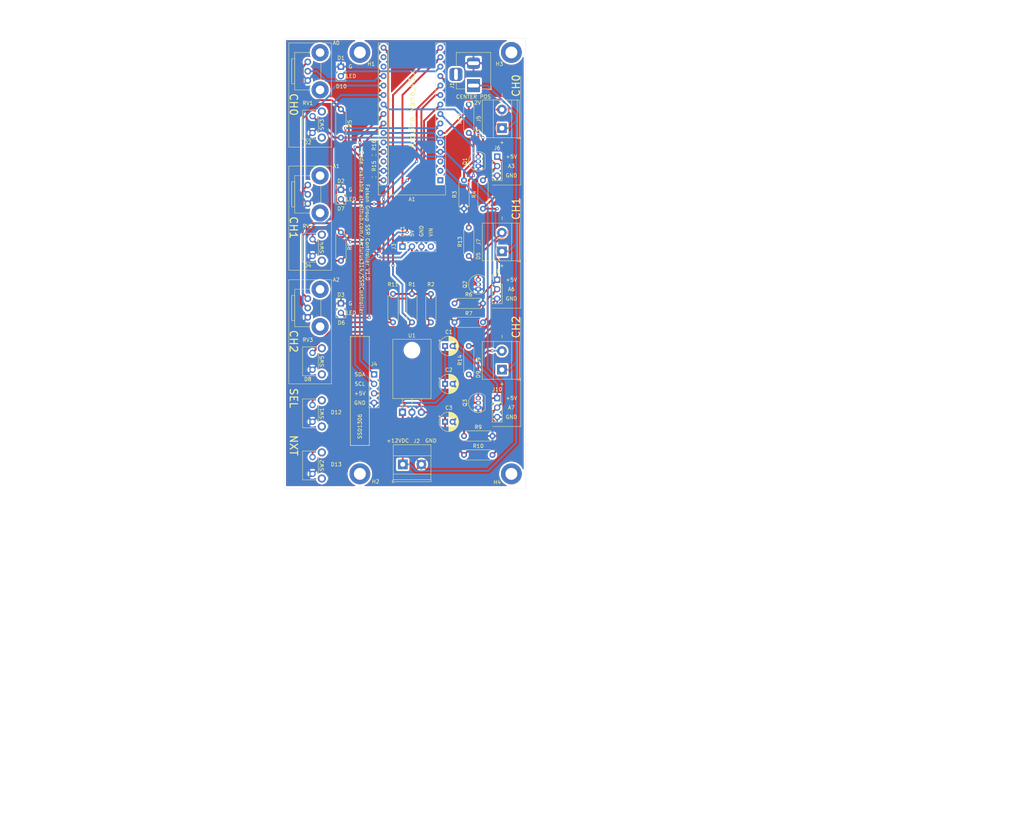
<source format=kicad_pcb>
(kicad_pcb (version 20171130) (host pcbnew 5.1.5+dfsg1-2build2)
  (layers (0 F.Cu signal) (31 B.Cu signal) (34 B.Paste user) (35 F.Paste user) (36 B.SilkS user) (37 F.SilkS user) (38 B.Mask user) (39 F.Mask user) (44 Edge.Cuts user))
  (net 0 "")
  (net 1 "Net-(A1-Pad30)")
  (net 2 GND)
  (net 3 "Net-(A1-Pad28)")
  (net 4 +5V)
  (net 5 /D7)
  (net 6 /SCL)
  (net 7 /SDA)
  (net 8 /POT_CH2)
  (net 9 /POT_CH1)
  (net 10 /POT_CH0)
  (net 11 "Net-(A1-Pad3)")
  (net 12 "Net-(A1-Pad18)")
  (net 13 "Net-(A1-Pad2)")
  (net 14 "Net-(A1-Pad17)")
  (net 15 "Net-(A1-Pad1)")
  (net 16 VDC)
  (net 17 +VDC)
  (net 18 "Net-(A1-Pad16)")
  (net 19 "Net-(A1-Pad15)")
  (net 20 /ch2/control)
  (net 21 /ch2/pb)
  (net 22 /AIN_2)
  (net 23 /AIN_1)
  (net 24 /D6)
  (net 25 /ch1/control)
  (net 26 /ch1/pb)
  (net 27 /AIN_0)
  (net 28 /ch0/control)
  (net 29 /ch0/pb)
  (net 30 /D11)
  (net 31 /D10)
  (net 32 "Net-(J5-Pad2)")
  (net 33 "Net-(J7-Pad2)")
  (net 34 "Net-(J9-Pad2)")
  (net 35 "Net-(Q1-Pad2)")
  (net 36 "Net-(Q2-Pad2)")
  (net 37 "Net-(Q3-Pad2)")
  (net 38 "Net-(A1-Pad27)")
  (module Resistor_SMD:R_0603_1608Metric_Pad1.05x0.95mm_HandSolder (layer F.Cu) (at 68.58 91.073 90)
    (fp_text reference R16 (at 2.681 0 90) (layer F.SilkS))
    (fp_text value 0)
    (pad 2 smd roundrect (at 0.875 0 90) (size 1.05 0.95) (layers F.Cu F.Paste F.Mask) (net 38 "Net-(A1-Pad27)"))
    (pad 1 smd roundrect (at -0.875 0 90) (size 1.05 0.95) (layers F.Cu F.Paste F.Mask) (net 4 +5V))
  )
  (module Resistor_SMD:R_0603_1608Metric_Pad1.05x0.95mm_HandSolder (layer F.Cu) (at 68.58 96.915 270)
    (fp_text reference R15 (at -2.935 0 90) (layer F.SilkS))
    (fp_text value 0)
    (pad 2 smd roundrect (at 0.875 0 270) (size 1.05 0.95) (layers F.Cu F.Paste F.Mask) (net 1 "Net-(A1-Pad30)"))
    (pad 1 smd roundrect (at -0.875 0 270) (size 1.05 0.95) (layers F.Cu F.Paste F.Mask) (net 4 +5V))
  )
  (module Resistor_THT:R_Axial_DIN0207_L6.3mm_D2.5mm_P7.62mm_Horizontal (layer F.Cu) (at 93.98 149.86 90)
    (fp_text reference R14 (at 3.81 -2.37 90) (layer F.SilkS))
    (fp_text value 1k)
    (pad 2 thru_hole oval (at 7.62 0 90) (size 1.6 1.6) (drill 0.8) (layers *.Cu *.Mask) (net 20 /ch2/control))
    (pad 1 thru_hole circle (at 0 0 90) (size 1.6 1.6) (drill 0.8) (layers *.Cu *.Mask) (net 37 "Net-(Q3-Pad2)"))
  )
  (module Resistor_THT:R_Axial_DIN0207_L6.3mm_D2.5mm_P7.62mm_Horizontal (layer F.Cu) (at 93.98 118.11 90)
    (fp_text reference R13 (at 3.81 -2.37 90) (layer F.SilkS))
    (fp_text value 1k)
    (pad 2 thru_hole oval (at 7.62 0 90) (size 1.6 1.6) (drill 0.8) (layers *.Cu *.Mask) (net 25 /ch1/control))
    (pad 1 thru_hole circle (at 0 0 90) (size 1.6 1.6) (drill 0.8) (layers *.Cu *.Mask) (net 36 "Net-(Q2-Pad2)"))
  )
  (module Resistor_THT:R_Axial_DIN0207_L6.3mm_D2.5mm_P7.62mm_Horizontal (layer F.Cu) (at 93.98 85.09 90)
    (fp_text reference R12 (at 3.81 -2.37 90) (layer F.SilkS))
    (fp_text value 1k)
    (pad 2 thru_hole oval (at 7.62 0 90) (size 1.6 1.6) (drill 0.8) (layers *.Cu *.Mask) (net 28 /ch0/control))
    (pad 1 thru_hole circle (at 0 0 90) (size 1.6 1.6) (drill 0.8) (layers *.Cu *.Mask) (net 35 "Net-(Q1-Pad2)"))
  )
  (module Button_Switch_THT:SW_Tactile_SKHH_Angled (layer F.Cu) (at 52.07 176.53 90)
    (fp_text reference SW2 (at 2.25 2.5 90) (layer F.SilkS))
    (fp_text value SW_Push)
    (pad 1 thru_hole circle (at 0 0 270) (size 1.7 1.7) (drill 1) (layers *.Cu *.Mask) (net 2 GND))
    (pad 2 thru_hole circle (at 4.5 0 270) (size 1.7 1.7) (drill 1) (layers *.Cu *.Mask) (net 18 "Net-(A1-Pad16)"))
    (pad "" thru_hole circle (at -1.25 2.5 270) (size 2.2 2.2) (drill 1.3) (layers *.Cu *.Mask))
    (pad "" thru_hole circle (at 5.75 2.5 270) (size 2.2 2.2) (drill 1.3) (layers *.Cu *.Mask))
  )
  (module Button_Switch_THT:SW_Tactile_SKHH_Angled (layer F.Cu) (at 52.07 118.11 90)
    (fp_text reference SW4 (at 2.25 2.5 90) (layer F.SilkS))
    (fp_text value SW_Push)
    (pad 1 thru_hole circle (at 0 0 270) (size 1.7 1.7) (drill 1) (layers *.Cu *.Mask) (net 2 GND))
    (pad 2 thru_hole circle (at 4.5 0 270) (size 1.7 1.7) (drill 1) (layers *.Cu *.Mask) (net 26 /ch1/pb))
    (pad "" thru_hole circle (at -1.25 2.5 270) (size 2.2 2.2) (drill 1.3) (layers *.Cu *.Mask))
    (pad "" thru_hole circle (at 5.75 2.5 270) (size 2.2 2.2) (drill 1.3) (layers *.Cu *.Mask))
  )
  (module Button_Switch_THT:SW_Tactile_SKHH_Angled (layer F.Cu) (at 52.07 162.56 90)
    (fp_text reference SW1 (at 2.25 2.5 90) (layer F.SilkS))
    (fp_text value SW_Push)
    (pad 1 thru_hole circle (at 0 0 270) (size 1.7 1.7) (drill 1) (layers *.Cu *.Mask) (net 2 GND))
    (pad 2 thru_hole circle (at 4.5 0 270) (size 1.7 1.7) (drill 1) (layers *.Cu *.Mask) (net 19 "Net-(A1-Pad15)"))
    (pad "" thru_hole circle (at -1.25 2.5 270) (size 2.2 2.2) (drill 1.3) (layers *.Cu *.Mask))
    (pad "" thru_hole circle (at 5.75 2.5 270) (size 2.2 2.2) (drill 1.3) (layers *.Cu *.Mask))
  )
  (module Button_Switch_THT:SW_Tactile_SKHH_Angled (layer F.Cu) (at 52.07 148.59 90)
    (fp_text reference SW5 (at 2.25 2.5 90) (layer F.SilkS))
    (fp_text value SW_Push)
    (pad 1 thru_hole circle (at 0 0 270) (size 1.7 1.7) (drill 1) (layers *.Cu *.Mask) (net 2 GND))
    (pad 2 thru_hole circle (at 4.5 0 270) (size 1.7 1.7) (drill 1) (layers *.Cu *.Mask) (net 21 /ch2/pb))
    (pad "" thru_hole circle (at -1.25 2.5 270) (size 2.2 2.2) (drill 1.3) (layers *.Cu *.Mask))
    (pad "" thru_hole circle (at 5.75 2.5 270) (size 2.2 2.2) (drill 1.3) (layers *.Cu *.Mask))
  )
  (module Button_Switch_THT:SW_Tactile_SKHH_Angled (layer F.Cu) (at 52.07 85.09 90)
    (fp_text reference SW3 (at 2.25 2.5 90) (layer F.SilkS))
    (fp_text value SW_Push)
    (pad 1 thru_hole circle (at 0 0 270) (size 1.7 1.7) (drill 1) (layers *.Cu *.Mask) (net 2 GND))
    (pad 2 thru_hole circle (at 4.5 0 270) (size 1.7 1.7) (drill 1) (layers *.Cu *.Mask) (net 29 /ch0/pb))
    (pad "" thru_hole circle (at -1.25 2.5 270) (size 2.2 2.2) (drill 1.3) (layers *.Cu *.Mask))
    (pad "" thru_hole circle (at 5.75 2.5 270) (size 2.2 2.2) (drill 1.3) (layers *.Cu *.Mask))
  )
  (module Connector_PinHeader_2.54mm:PinHeader_1x04_P2.54mm_Vertical (layer F.Cu) (at 76.2 115.57 90)
    (fp_text reference J3 (at 0 -2.33 90) (layer F.SilkS))
    (fp_text value Conn_01x04_Male)
    (pad 4 thru_hole oval (at 0 7.62 90) (size 1.7 1.7) (drill 1) (layers *.Cu *.Mask) (net 16 VDC))
    (pad 3 thru_hole oval (at 0 5.08 90) (size 1.7 1.7) (drill 1) (layers *.Cu *.Mask) (net 2 GND))
    (pad 2 thru_hole oval (at 0 2.54 90) (size 1.7 1.7) (drill 1) (layers *.Cu *.Mask) (net 4 +5V))
    (pad 1 thru_hole rect (at 0 0 90) (size 1.7 1.7) (drill 1) (layers *.Cu *.Mask) (net 30 /D11))
  )
  (module Connector_PinHeader_2.54mm:PinHeader_1x02_P2.54mm_Vertical (layer F.Cu) (at 59.69 130.81)
    (fp_text reference D3 (at 0 -2.33) (layer F.SilkS))
    (fp_text value LED)
    (pad 2 thru_hole oval (at 0 2.54) (size 1.7 1.7) (drill 1) (layers *.Cu *.Mask) (net 24 /D6))
    (pad 1 thru_hole rect (at 0 0) (size 1.7 1.7) (drill 1) (layers *.Cu *.Mask) (net 2 GND))
  )
  (module Connector_PinHeader_2.54mm:PinHeader_1x02_P2.54mm_Vertical (layer F.Cu) (at 59.69 100.33)
    (fp_text reference D2 (at 0 -2.33) (layer F.SilkS))
    (fp_text value LED)
    (pad 2 thru_hole oval (at 0 2.54) (size 1.7 1.7) (drill 1) (layers *.Cu *.Mask) (net 5 /D7))
    (pad 1 thru_hole rect (at 0 0) (size 1.7 1.7) (drill 1) (layers *.Cu *.Mask) (net 2 GND))
  )
  (module Connector_PinHeader_2.54mm:PinHeader_1x02_P2.54mm_Vertical (layer F.Cu) (at 59.69 67.31)
    (fp_text reference D1 (at 0 -2.33) (layer F.SilkS))
    (fp_text value LED)
    (pad 2 thru_hole oval (at 0 2.54) (size 1.7 1.7) (drill 1) (layers *.Cu *.Mask) (net 31 /D10))
    (pad 1 thru_hole rect (at 0 0) (size 1.7 1.7) (drill 1) (layers *.Cu *.Mask) (net 2 GND))
  )
  (module Connector_BarrelJack:BarrelJack_Horizontal (layer F.Cu) (at 95.25 72.39 270)
    (fp_text reference J1 (at 0 5.75 270) (layer F.SilkS))
    (fp_text value Conn_01x02_Male)
    (pad 3 thru_hole roundrect (at -3 4.7 270) (size 3.5 3.5) (drill oval 3 1) (layers *.Cu *.Mask))
    (pad 2 thru_hole roundrect (at -6 0 270) (size 3 3.5) (drill oval 1 3) (layers *.Cu *.Mask) (net 2 GND))
    (pad 1 thru_hole rect (at 0 0 270) (size 3.5 3.5) (drill oval 1 3) (layers *.Cu *.Mask) (net 17 +VDC))
  )
  (module Module:Arduino_Nano (layer F.Cu) (at 86.36 97.79 180)
    (fp_text reference A1 (at 7.62 -5.08 180) (layer F.SilkS))
    (fp_text value Arduino_Nano_v3.x (at 7.62 19.05 270) (layer F.SilkS) (effects (font (size 1.5 1.5) (thickness 0.2))))
    (pad 16 thru_hole oval (at 15.24 35.56 180) (size 1.6 1.6) (drill 0.8) (layers *.Cu *.Mask) (net 18 "Net-(A1-Pad16)"))
    (pad 15 thru_hole oval (at 0 35.56 180) (size 1.6 1.6) (drill 0.8) (layers *.Cu *.Mask) (net 19 "Net-(A1-Pad15)"))
    (pad 30 thru_hole oval (at 15.24 0 180) (size 1.6 1.6) (drill 0.8) (layers *.Cu *.Mask) (net 1 "Net-(A1-Pad30)"))
    (pad 14 thru_hole oval (at 0 33.02 180) (size 1.6 1.6) (drill 0.8) (layers *.Cu *.Mask) (net 30 /D11))
    (pad 29 thru_hole oval (at 15.24 2.54 180) (size 1.6 1.6) (drill 0.8) (layers *.Cu *.Mask) (net 2 GND))
    (pad 13 thru_hole oval (at 0 30.48 180) (size 1.6 1.6) (drill 0.8) (layers *.Cu *.Mask) (net 31 /D10))
    (pad 28 thru_hole oval (at 15.24 5.08 180) (size 1.6 1.6) (drill 0.8) (layers *.Cu *.Mask) (net 3 "Net-(A1-Pad28)"))
    (pad 12 thru_hole oval (at 0 27.94 180) (size 1.6 1.6) (drill 0.8) (layers *.Cu *.Mask) (net 20 /ch2/control))
    (pad 27 thru_hole oval (at 15.24 7.62 180) (size 1.6 1.6) (drill 0.8) (layers *.Cu *.Mask) (net 38 "Net-(A1-Pad27)"))
    (pad 11 thru_hole oval (at 0 25.4 180) (size 1.6 1.6) (drill 0.8) (layers *.Cu *.Mask) (net 21 /ch2/pb))
    (pad 26 thru_hole oval (at 15.24 10.16 180) (size 1.6 1.6) (drill 0.8) (layers *.Cu *.Mask) (net 22 /AIN_2))
    (pad 10 thru_hole oval (at 0 22.86 180) (size 1.6 1.6) (drill 0.8) (layers *.Cu *.Mask) (net 5 /D7))
    (pad 25 thru_hole oval (at 15.24 12.7 180) (size 1.6 1.6) (drill 0.8) (layers *.Cu *.Mask) (net 23 /AIN_1))
    (pad 9 thru_hole oval (at 0 20.32 180) (size 1.6 1.6) (drill 0.8) (layers *.Cu *.Mask) (net 24 /D6))
    (pad 24 thru_hole oval (at 15.24 15.24 180) (size 1.6 1.6) (drill 0.8) (layers *.Cu *.Mask) (net 6 /SCL))
    (pad 8 thru_hole oval (at 0 17.78 180) (size 1.6 1.6) (drill 0.8) (layers *.Cu *.Mask) (net 25 /ch1/control))
    (pad 23 thru_hole oval (at 15.24 17.78 180) (size 1.6 1.6) (drill 0.8) (layers *.Cu *.Mask) (net 7 /SDA))
    (pad 7 thru_hole oval (at 0 15.24 180) (size 1.6 1.6) (drill 0.8) (layers *.Cu *.Mask) (net 26 /ch1/pb))
    (pad 22 thru_hole oval (at 15.24 20.32 180) (size 1.6 1.6) (drill 0.8) (layers *.Cu *.Mask) (net 27 /AIN_0))
    (pad 6 thru_hole oval (at 0 12.7 180) (size 1.6 1.6) (drill 0.8) (layers *.Cu *.Mask) (net 28 /ch0/control))
    (pad 21 thru_hole oval (at 15.24 22.86 180) (size 1.6 1.6) (drill 0.8) (layers *.Cu *.Mask) (net 8 /POT_CH2))
    (pad 5 thru_hole oval (at 0 10.16 180) (size 1.6 1.6) (drill 0.8) (layers *.Cu *.Mask) (net 29 /ch0/pb))
    (pad 20 thru_hole oval (at 15.24 25.4 180) (size 1.6 1.6) (drill 0.8) (layers *.Cu *.Mask) (net 9 /POT_CH1))
    (pad 4 thru_hole oval (at 0 7.62 180) (size 1.6 1.6) (drill 0.8) (layers *.Cu *.Mask) (net 2 GND))
    (pad 19 thru_hole oval (at 15.24 27.94 180) (size 1.6 1.6) (drill 0.8) (layers *.Cu *.Mask) (net 10 /POT_CH0))
    (pad 3 thru_hole oval (at 0 5.08 180) (size 1.6 1.6) (drill 0.8) (layers *.Cu *.Mask) (net 11 "Net-(A1-Pad3)"))
    (pad 18 thru_hole oval (at 15.24 30.48 180) (size 1.6 1.6) (drill 0.8) (layers *.Cu *.Mask) (net 12 "Net-(A1-Pad18)"))
    (pad 2 thru_hole oval (at 0 2.54 180) (size 1.6 1.6) (drill 0.8) (layers *.Cu *.Mask) (net 13 "Net-(A1-Pad2)"))
    (pad 17 thru_hole oval (at 15.24 33.02 180) (size 1.6 1.6) (drill 0.8) (layers *.Cu *.Mask) (net 14 "Net-(A1-Pad17)"))
    (pad 1 thru_hole rect (at 0 0 180) (size 1.6 1.6) (drill 0.8) (layers *.Cu *.Mask) (net 15 "Net-(A1-Pad1)"))
  )
  (module Potentiometer_THT:Potentiometer_Alps_RK09K_Single_Horizontal (layer F.Cu) (at 50.8 129.54 180)
    (fp_text reference RV3 (at 0 -11.05 180) (layer F.SilkS))
    (fp_text value R_POT)
    (pad "" thru_hole circle (at -3.3 2.5 180) (size 4.6 4.6) (drill 2.3) (layers *.Cu *.Mask))
    (pad "" thru_hole circle (at -3.3 -7.5 180) (size 4.6 4.6) (drill 2.3) (layers *.Cu *.Mask))
    (pad 1 thru_hole circle (at 0 0 180) (size 1.8 1.8) (drill 1) (layers *.Cu *.Mask) (net 4 +5V))
    (pad 2 thru_hole circle (at 0 -2.5 180) (size 1.8 1.8) (drill 1) (layers *.Cu *.Mask) (net 8 /POT_CH2))
    (pad 3 thru_hole circle (at 0 -5 180) (size 1.8 1.8) (drill 1) (layers *.Cu *.Mask) (net 2 GND))
  )
  (module Potentiometer_THT:Potentiometer_Alps_RK09K_Single_Horizontal (layer F.Cu) (at 50.8 99.06 180)
    (fp_text reference RV2 (at 0 -11.05 180) (layer F.SilkS))
    (fp_text value R_POT)
    (pad "" thru_hole circle (at -3.3 2.5 180) (size 4.6 4.6) (drill 2.3) (layers *.Cu *.Mask))
    (pad "" thru_hole circle (at -3.3 -7.5 180) (size 4.6 4.6) (drill 2.3) (layers *.Cu *.Mask))
    (pad 1 thru_hole circle (at 0 0 180) (size 1.8 1.8) (drill 1) (layers *.Cu *.Mask) (net 4 +5V))
    (pad 2 thru_hole circle (at 0 -2.5 180) (size 1.8 1.8) (drill 1) (layers *.Cu *.Mask) (net 9 /POT_CH1))
    (pad 3 thru_hole circle (at 0 -5 180) (size 1.8 1.8) (drill 1) (layers *.Cu *.Mask) (net 2 GND))
  )
  (module Potentiometer_THT:Potentiometer_Alps_RK09K_Single_Horizontal (layer F.Cu) (at 50.8 66.04 180)
    (fp_text reference RV1 (at 0 -11.05 180) (layer F.SilkS))
    (fp_text value R_POT)
    (pad "" thru_hole circle (at -3.3 2.5 180) (size 4.6 4.6) (drill 2.3) (layers *.Cu *.Mask))
    (pad "" thru_hole circle (at -3.3 -7.5 180) (size 4.6 4.6) (drill 2.3) (layers *.Cu *.Mask))
    (pad 1 thru_hole circle (at 0 0 180) (size 1.8 1.8) (drill 1) (layers *.Cu *.Mask) (net 4 +5V))
    (pad 2 thru_hole circle (at 0 -2.5 180) (size 1.8 1.8) (drill 1) (layers *.Cu *.Mask) (net 10 /POT_CH0))
    (pad 3 thru_hole circle (at 0 -5 180) (size 1.8 1.8) (drill 1) (layers *.Cu *.Mask) (net 2 GND))
  )
  (module Resistor_THT:R_Axial_DIN0207_L6.3mm_D2.5mm_P7.62mm_Horizontal (layer F.Cu) (at 92.71 171.45)
    (fp_text reference R10 (at 3.81 -2.37) (layer F.SilkS))
    (fp_text value R)
    (pad 2 thru_hole oval (at 7.62 0) (size 1.6 1.6) (drill 0.8) (layers *.Cu *.Mask) (net 22 /AIN_2))
    (pad 1 thru_hole circle (at 0 0) (size 1.6 1.6) (drill 0.8) (layers *.Cu *.Mask) (net 4 +5V))
  )
  (module Resistor_THT:R_Axial_DIN0207_L6.3mm_D2.5mm_P7.62mm_Horizontal (layer F.Cu) (at 90.17 135.89)
    (fp_text reference R7 (at 3.81 -2.37) (layer F.SilkS))
    (fp_text value R)
    (pad 2 thru_hole oval (at 7.62 0) (size 1.6 1.6) (drill 0.8) (layers *.Cu *.Mask) (net 23 /AIN_1))
    (pad 1 thru_hole circle (at 0 0) (size 1.6 1.6) (drill 0.8) (layers *.Cu *.Mask) (net 4 +5V))
  )
  (module Resistor_THT:R_Axial_DIN0207_L6.3mm_D2.5mm_P7.62mm_Horizontal (layer F.Cu) (at 97.79 105.41 90)
    (fp_text reference R4 (at 3.81 -2.37 90) (layer F.SilkS))
    (fp_text value R)
    (pad 2 thru_hole oval (at 7.62 0 90) (size 1.6 1.6) (drill 0.8) (layers *.Cu *.Mask) (net 27 /AIN_0))
    (pad 1 thru_hole circle (at 0 0 90) (size 1.6 1.6) (drill 0.8) (layers *.Cu *.Mask) (net 4 +5V))
  )
  (module TerminalBlock_Phoenix:TerminalBlock_Phoenix_MKDS-1,5-2_1x02_P5.00mm_Horizontal (layer F.Cu) (at 76.28 173.99)
    (fp_text reference J2 (at 3.73 -6.26) (layer F.SilkS))
    (fp_text value Conn_01x02_Male)
    (pad 2 thru_hole circle (at 5 0) (size 2.6 2.6) (drill 1.3) (layers *.Cu *.Mask) (net 2 GND))
    (pad 1 thru_hole rect (at 0 0) (size 2.6 2.6) (drill 1.3) (layers *.Cu *.Mask) (net 17 +VDC))
  )
  (module MountingHole:MountingHole_3.2mm_M3_DIN965_Pad (layer F.Cu) (at 105.41 176.53)
    (fp_text reference H4 (at -3.81 2.27) (layer F.SilkS))
    (fp_text value MountingHole)
    (pad 1 thru_hole circle (at 0 0) (size 5.6 5.6) (drill 3.2) (layers *.Cu *.Mask))
  )
  (module MountingHole:MountingHole_3.2mm_M3_DIN965_Pad (layer F.Cu) (at 105.41 63.5)
    (fp_text reference H3 (at -3.21 3.1) (layer F.SilkS))
    (fp_text value MountingHole)
    (pad 1 thru_hole circle (at 0 0) (size 5.6 5.6) (drill 3.2) (layers *.Cu *.Mask))
  )
  (module MountingHole:MountingHole_3.2mm_M3_DIN965_Pad (layer F.Cu) (at 64.77 176.53)
    (fp_text reference H2 (at 4.23 2.07) (layer F.SilkS))
    (fp_text value MountingHole)
    (pad 1 thru_hole circle (at 0 0) (size 5.6 5.6) (drill 3.2) (layers *.Cu *.Mask))
  )
  (module MountingHole:MountingHole_3.2mm_M3_DIN965_Pad (layer F.Cu) (at 64.77 63.5)
    (fp_text reference H1 (at 3.03 3.1) (layer F.SilkS))
    (fp_text value MountingHole)
    (pad 1 thru_hole circle (at 0 0) (size 5.6 5.6) (drill 3.2) (layers *.Cu *.Mask))
  )
  (module Package_TO_SOT_THT:TO-220-3_Horizontal_TabDown (layer F.Cu) (at 76.2 160.02)
    (fp_text reference U1 (at 2.54 -20.58) (layer F.SilkS))
    (fp_text value LM7805_TO220)
    (pad 3 thru_hole oval (at 5.08 0) (size 1.905 2) (drill 1.1) (layers *.Cu *.Mask) (net 4 +5V))
    (pad 2 thru_hole oval (at 2.54 0) (size 1.905 2) (drill 1.1) (layers *.Cu *.Mask) (net 2 GND))
    (pad 1 thru_hole rect (at 0 0) (size 1.905 2) (drill 1.1) (layers *.Cu *.Mask) (net 17 +VDC))
    (pad "" np_thru_hole oval (at 2.54 -16.66) (size 3.5 3.5) (drill 3.5) (layers *.Cu *.Mask))
  )
  (module Resistor_THT:R_Axial_DIN0207_L6.3mm_D2.5mm_P7.62mm_Horizontal (layer F.Cu) (at 73.66 128.27 270)
    (fp_text reference R11 (at -2.54 0 180) (layer F.SilkS))
    (fp_text value 10k)
    (pad 2 thru_hole oval (at 7.62 0 270) (size 1.6 1.6) (drill 0.8) (layers *.Cu *.Mask) (net 21 /ch2/pb))
    (pad 1 thru_hole circle (at 0 0 270) (size 1.6 1.6) (drill 0.8) (layers *.Cu *.Mask) (net 4 +5V))
  )
  (module Resistor_THT:R_Axial_DIN0207_L6.3mm_D2.5mm_P7.62mm_Horizontal (layer F.Cu) (at 92.71 166.37)
    (fp_text reference R9 (at 3.81 -2.37) (layer F.SilkS))
    (fp_text value 10k)
    (pad 2 thru_hole oval (at 7.62 0) (size 1.6 1.6) (drill 0.8) (layers *.Cu *.Mask) (net 2 GND))
    (pad 1 thru_hole circle (at 0 0) (size 1.6 1.6) (drill 0.8) (layers *.Cu *.Mask) (net 37 "Net-(Q3-Pad2)"))
  )
  (module Resistor_THT:R_Axial_DIN0207_L6.3mm_D2.5mm_P7.62mm_Horizontal (layer F.Cu) (at 59.69 111.76 270)
    (fp_text reference R8 (at 3.81 -2.37 90) (layer F.SilkS))
    (fp_text value 10k)
    (pad 2 thru_hole oval (at 7.62 0 270) (size 1.6 1.6) (drill 0.8) (layers *.Cu *.Mask) (net 26 /ch1/pb))
    (pad 1 thru_hole circle (at 0 0 270) (size 1.6 1.6) (drill 0.8) (layers *.Cu *.Mask) (net 4 +5V))
  )
  (module Resistor_THT:R_Axial_DIN0207_L6.3mm_D2.5mm_P7.62mm_Horizontal (layer F.Cu) (at 90.17 130.81)
    (fp_text reference R6 (at 3.81 -2.37) (layer F.SilkS))
    (fp_text value 10k)
    (pad 2 thru_hole oval (at 7.62 0) (size 1.6 1.6) (drill 0.8) (layers *.Cu *.Mask) (net 2 GND))
    (pad 1 thru_hole circle (at 0 0) (size 1.6 1.6) (drill 0.8) (layers *.Cu *.Mask) (net 36 "Net-(Q2-Pad2)"))
  )
  (module Resistor_THT:R_Axial_DIN0207_L6.3mm_D2.5mm_P7.62mm_Horizontal (layer F.Cu) (at 59.69 78.74 270)
    (fp_text reference R5 (at 3.81 -2.37 90) (layer F.SilkS))
    (fp_text value 10k)
    (pad 2 thru_hole oval (at 7.62 0 270) (size 1.6 1.6) (drill 0.8) (layers *.Cu *.Mask) (net 29 /ch0/pb))
    (pad 1 thru_hole circle (at 0 0 270) (size 1.6 1.6) (drill 0.8) (layers *.Cu *.Mask) (net 4 +5V))
  )
  (module Resistor_THT:R_Axial_DIN0207_L6.3mm_D2.5mm_P7.62mm_Horizontal (layer F.Cu) (at 92.71 97.79 270)
    (fp_text reference R3 (at 3.81 2.54 90) (layer F.SilkS))
    (fp_text value 10k)
    (pad 2 thru_hole oval (at 7.62 0 270) (size 1.6 1.6) (drill 0.8) (layers *.Cu *.Mask) (net 2 GND))
    (pad 1 thru_hole circle (at 0 0 270) (size 1.6 1.6) (drill 0.8) (layers *.Cu *.Mask) (net 35 "Net-(Q1-Pad2)"))
  )
  (module Resistor_THT:R_Axial_DIN0207_L6.3mm_D2.5mm_P7.62mm_Horizontal (layer F.Cu) (at 83.82 128.27 270)
    (fp_text reference R2 (at -2.54 0 180) (layer F.SilkS))
    (fp_text value 10k)
    (pad 2 thru_hole oval (at 7.62 0 270) (size 1.6 1.6) (drill 0.8) (layers *.Cu *.Mask) (net 18 "Net-(A1-Pad16)"))
    (pad 1 thru_hole circle (at 0 0 270) (size 1.6 1.6) (drill 0.8) (layers *.Cu *.Mask) (net 4 +5V))
  )
  (module Resistor_THT:R_Axial_DIN0207_L6.3mm_D2.5mm_P7.62mm_Horizontal (layer F.Cu) (at 78.74 128.27 270)
    (fp_text reference R1 (at -2.54 0 180) (layer F.SilkS))
    (fp_text value 10k)
    (pad 2 thru_hole oval (at 7.62 0 270) (size 1.6 1.6) (drill 0.8) (layers *.Cu *.Mask) (net 19 "Net-(A1-Pad15)"))
    (pad 1 thru_hole circle (at 0 0 270) (size 1.6 1.6) (drill 0.8) (layers *.Cu *.Mask) (net 4 +5V))
  )
  (module Package_TO_SOT_THT:TO-92_Inline (layer F.Cu) (at 96.52 158.75 90)
    (fp_text reference Q3 (at 1.27 -3.56 90) (layer F.SilkS))
    (fp_text value 2N3904)
    (pad 1 thru_hole rect (at 0 0 90) (size 1.05 1.5) (drill 0.75) (layers *.Cu *.Mask) (net 2 GND))
    (pad 3 thru_hole oval (at 2.54 0 90) (size 1.05 1.5) (drill 0.75) (layers *.Cu *.Mask) (net 34 "Net-(J9-Pad2)"))
    (pad 2 thru_hole oval (at 1.27 0 90) (size 1.05 1.5) (drill 0.75) (layers *.Cu *.Mask) (net 37 "Net-(Q3-Pad2)"))
  )
  (module Package_TO_SOT_THT:TO-92_Inline (layer F.Cu) (at 96.52 127 90)
    (fp_text reference Q2 (at 1.27 -3.56 90) (layer F.SilkS))
    (fp_text value 2N3904)
    (pad 1 thru_hole rect (at 0 0 90) (size 1.05 1.5) (drill 0.75) (layers *.Cu *.Mask) (net 2 GND))
    (pad 3 thru_hole oval (at 2.54 0 90) (size 1.05 1.5) (drill 0.75) (layers *.Cu *.Mask) (net 33 "Net-(J7-Pad2)"))
    (pad 2 thru_hole oval (at 1.27 0 90) (size 1.05 1.5) (drill 0.75) (layers *.Cu *.Mask) (net 36 "Net-(Q2-Pad2)"))
  )
  (module Package_TO_SOT_THT:TO-92_Inline (layer F.Cu) (at 96.52 93.98 90)
    (fp_text reference Q1 (at 1.27 -3.56 90) (layer F.SilkS))
    (fp_text value 2N3904)
    (pad 1 thru_hole rect (at 0 0 90) (size 1.05 1.5) (drill 0.75) (layers *.Cu *.Mask) (net 2 GND))
    (pad 3 thru_hole oval (at 2.54 0 90) (size 1.05 1.5) (drill 0.75) (layers *.Cu *.Mask) (net 32 "Net-(J5-Pad2)"))
    (pad 2 thru_hole oval (at 1.27 0 90) (size 1.05 1.5) (drill 0.75) (layers *.Cu *.Mask) (net 35 "Net-(Q1-Pad2)"))
  )
  (module Connector_PinHeader_2.54mm:PinHeader_1x03_P2.54mm_Vertical (layer F.Cu) (at 101.6 156.21)
    (fp_text reference J10 (at 0 -2.33) (layer F.SilkS))
    (fp_text value Conn_01x03_Male)
    (pad 3 thru_hole oval (at 0 5.08) (size 1.7 1.7) (drill 1) (layers *.Cu *.Mask) (net 2 GND))
    (pad 2 thru_hole oval (at 0 2.54) (size 1.7 1.7) (drill 1) (layers *.Cu *.Mask) (net 22 /AIN_2))
    (pad 1 thru_hole rect (at 0 0) (size 1.7 1.7) (drill 1) (layers *.Cu *.Mask) (net 4 +5V))
  )
  (module TerminalBlock_Phoenix:TerminalBlock_Phoenix_MKDS-1,5-2_1x02_P5.00mm_Horizontal (layer F.Cu) (at 102.87 148.59 90)
    (fp_text reference J9 (at 2.5 -6.26 90) (layer F.SilkS))
    (fp_text value Conn_01x02_Male)
    (pad 2 thru_hole circle (at 5 0 90) (size 2.6 2.6) (drill 1.3) (layers *.Cu *.Mask) (net 34 "Net-(J9-Pad2)"))
    (pad 1 thru_hole rect (at 0 0 90) (size 2.6 2.6) (drill 1.3) (layers *.Cu *.Mask) (net 17 +VDC))
  )
  (module Connector_PinHeader_2.54mm:PinHeader_1x03_P2.54mm_Vertical (layer F.Cu) (at 101.6 124.46)
    (fp_text reference J8 (at 0 -2.33) (layer F.SilkS))
    (fp_text value Conn_01x03_Male)
    (pad 3 thru_hole oval (at 0 5.08) (size 1.7 1.7) (drill 1) (layers *.Cu *.Mask) (net 2 GND))
    (pad 2 thru_hole oval (at 0 2.54) (size 1.7 1.7) (drill 1) (layers *.Cu *.Mask) (net 23 /AIN_1))
    (pad 1 thru_hole rect (at 0 0) (size 1.7 1.7) (drill 1) (layers *.Cu *.Mask) (net 4 +5V))
  )
  (module TerminalBlock_Phoenix:TerminalBlock_Phoenix_MKDS-1,5-2_1x02_P5.00mm_Horizontal (layer F.Cu) (at 102.87 116.84 90)
    (fp_text reference J7 (at 2.5 -6.26 90) (layer F.SilkS))
    (fp_text value Conn_01x02_Male)
    (pad 2 thru_hole circle (at 5 0 90) (size 2.6 2.6) (drill 1.3) (layers *.Cu *.Mask) (net 33 "Net-(J7-Pad2)"))
    (pad 1 thru_hole rect (at 0 0 90) (size 2.6 2.6) (drill 1.3) (layers *.Cu *.Mask) (net 17 +VDC))
  )
  (module Connector_PinHeader_2.54mm:PinHeader_1x03_P2.54mm_Vertical (layer F.Cu) (at 101.6 91.44)
    (fp_text reference J6 (at 0 -2.33) (layer F.SilkS))
    (fp_text value Conn_01x03_Male)
    (pad 3 thru_hole oval (at 0 5.08) (size 1.7 1.7) (drill 1) (layers *.Cu *.Mask) (net 2 GND))
    (pad 2 thru_hole oval (at 0 2.54) (size 1.7 1.7) (drill 1) (layers *.Cu *.Mask) (net 27 /AIN_0))
    (pad 1 thru_hole rect (at 0 0) (size 1.7 1.7) (drill 1) (layers *.Cu *.Mask) (net 4 +5V))
  )
  (module TerminalBlock_Phoenix:TerminalBlock_Phoenix_MKDS-1,5-2_1x02_P5.00mm_Horizontal (layer F.Cu) (at 102.87 83.82 90)
    (fp_text reference J5 (at 2.5 -6.26 90) (layer F.SilkS))
    (fp_text value Conn_01x02_Male)
    (pad 2 thru_hole circle (at 5 0 90) (size 2.6 2.6) (drill 1.3) (layers *.Cu *.Mask) (net 32 "Net-(J5-Pad2)"))
    (pad 1 thru_hole rect (at 0 0 90) (size 2.6 2.6) (drill 1.3) (layers *.Cu *.Mask) (net 17 +VDC))
  )
  (module Connector_PinSocket_2.54mm:PinSocket_1x04_P2.54mm_Vertical (layer F.Cu) (at 68.58 149.86)
    (fp_text reference J4 (at 0 -2.77) (layer F.SilkS))
    (fp_text value Conn_01x04_Male)
    (pad 4 thru_hole oval (at 0 7.62) (size 1.7 1.7) (drill 1) (layers *.Cu *.Mask) (net 2 GND))
    (pad 3 thru_hole oval (at 0 5.08) (size 1.7 1.7) (drill 1) (layers *.Cu *.Mask) (net 4 +5V))
    (pad 2 thru_hole oval (at 0 2.54) (size 1.7 1.7) (drill 1) (layers *.Cu *.Mask) (net 6 /SCL))
    (pad 1 thru_hole rect (at 0 0) (size 1.7 1.7) (drill 1) (layers *.Cu *.Mask) (net 7 /SDA))
  )
  (module Capacitor_THT:CP_Radial_D5.0mm_P2.00mm (layer F.Cu) (at 87.63 162.56)
    (fp_text reference C3 (at 1 -3.75) (layer F.SilkS))
    (fp_text value .1uF)
    (pad 2 thru_hole circle (at 2 0) (size 1.6 1.6) (drill 0.8) (layers *.Cu *.Mask) (net 2 GND))
    (pad 1 thru_hole rect (at 0 0) (size 1.6 1.6) (drill 0.8) (layers *.Cu *.Mask) (net 4 +5V))
  )
  (module Capacitor_THT:CP_Radial_D5.0mm_P2.00mm (layer F.Cu) (at 87.63 152.4)
    (fp_text reference C2 (at 1 -3.75) (layer F.SilkS))
    (fp_text value .33uF)
    (pad 2 thru_hole circle (at 2 0) (size 1.6 1.6) (drill 0.8) (layers *.Cu *.Mask) (net 2 GND))
    (pad 1 thru_hole rect (at 0 0) (size 1.6 1.6) (drill 0.8) (layers *.Cu *.Mask) (net 17 +VDC))
  )
  (module Capacitor_THT:CP_Radial_D5.0mm_P2.00mm (layer F.Cu) (at 87.63 142.24)
    (fp_text reference C1 (at 1 -3.75) (layer F.SilkS))
    (fp_text value 47uF)
    (pad 2 thru_hole circle (at 2 0) (size 1.6 1.6) (drill 0.8) (layers *.Cu *.Mask) (net 2 GND))
    (pad 1 thru_hole rect (at 0 0) (size 1.6 1.6) (drill 0.8) (layers *.Cu *.Mask) (net 17 +VDC))
  )
  (gr_text D11 (at 76.2 113.03 90) (layer F.SilkS) (effects (font (size 1 1)) (justify left)))
  (gr_text 5V (at 78.74 113.03 90) (layer F.SilkS) (effects (font (size 1 1)) (justify left)))
  (gr_text GND (at 81.28 113.03 90) (layer F.SilkS) (effects (font (size 1 1)) (justify left)))
  (gr_text VIN (at 83.82 113.03 90) (layer F.SilkS) (effects (font (size 1 1)) (justify left)))
  (gr_text LED (at 60.96 133.35) (layer F.SilkS) (effects (font (size 1 1)) (justify left)))
  (gr_text LED (at 60.96 102.87) (layer F.SilkS) (effects (font (size 1 1)) (justify left)))
  (gr_text LED (at 60.96 69.85) (layer F.SilkS) (effects (font (size 1 1)) (justify left)))
  (gr_text G (at 62.23 130.81) (layer F.SilkS) (effects (font (size 1 1))))
  (gr_text G (at 62.23 100.33) (layer F.SilkS) (effects (font (size 1 1))))
  (gr_text G (at 62.23 67.31) (layer F.SilkS) (effects (font (size 1 1))))
  (gr_text D10 (at 59.8 72.6) (layer F.SilkS) (effects (font (size 1 1))))
  (gr_text D7 (at 59.69 105.41) (layer F.SilkS) (effects (font (size 1 1))))
  (gr_text D6 (at 59.8 136) (layer F.SilkS) (effects (font (size 1 1))))
  (gr_text GND (at 83.82 167.64) (layer F.SilkS) (effects (font (size 1 1))))
  (gr_text +12VDC (at 74.93 167.64) (layer F.SilkS) (effects (font (size 1 1))))
  (gr_text "Falson Group SSR Controller V1.0\nCode available at github.com/Arcturus314/SSRController" (at 66.04 111.76 270) (layer F.SilkS) (effects (font (size 1 1))))
  (gr_line (start 107.95 163.83) (end 107.95 134.62) (layer F.SilkS) (width 0.12))
  (gr_line (start 100.33 163.83) (end 107.95 163.83) (layer F.SilkS) (width 0.12))
  (gr_line (start 107.95 132.08) (end 107.95 102.87) (layer F.SilkS) (width 0.12))
  (gr_line (start 100.33 132.08) (end 107.95 132.08) (layer F.SilkS) (width 0.12))
  (gr_line (start 107.95 76.2) (end 107.95 69.85) (layer F.SilkS) (width 0.12))
  (gr_line (start 107.95 99.06) (end 100.33 99.06) (layer F.SilkS) (width 0.12))
  (gr_line (start 107.95 99.06) (end 107.95 76.2) (layer F.SilkS) (width 0.12))
  (gr_line (start 45.72 152.4) (end 45.72 124.46) (layer F.SilkS) (width 0.12))
  (gr_line (start 57.15 152.4) (end 45.72 152.4) (layer F.SilkS) (width 0.12))
  (gr_line (start 57.15 124.46) (end 57.15 152.4) (layer F.SilkS) (width 0.12))
  (gr_line (start 45.72 124.46) (end 57.15 124.46) (layer F.SilkS) (width 0.12))
  (gr_line (start 45.72 121.92) (end 45.72 93.98) (layer F.SilkS) (width 0.12))
  (gr_line (start 57.15 121.92) (end 45.72 121.92) (layer F.SilkS) (width 0.12))
  (gr_line (start 57.15 93.98) (end 57.15 121.92) (layer F.SilkS) (width 0.12))
  (gr_line (start 45.72 93.98) (end 57.15 93.98) (layer F.SilkS) (width 0.12))
  (gr_line (start 45.72 60.96) (end 57.15 60.96) (layer F.SilkS) (width 0.12))
  (gr_line (start 45.72 88.9) (end 45.72 60.96) (layer F.SilkS) (width 0.12))
  (gr_line (start 46.99 88.9) (end 45.72 88.9) (layer F.SilkS) (width 0.12))
  (gr_line (start 57.15 88.9) (end 46.99 88.9) (layer F.SilkS) (width 0.12))
  (gr_line (start 57.15 60.96) (end 57.15 88.9) (layer F.SilkS) (width 0.12))
  (gr_text D13 (at 58.42 173.99) (layer F.SilkS) (effects (font (size 1 1))))
  (gr_text D12 (at 58.42 160.02) (layer F.SilkS) (effects (font (size 1 1))))
  (gr_text D8 (at 50.8 151.13) (layer F.SilkS) (effects (font (size 1 1))))
  (gr_text D4 (at 50.8 120.65) (layer F.SilkS) (effects (font (size 1 1))))
  (gr_text D2 (at 50.8 87.63) (layer F.SilkS) (effects (font (size 1 1))))
  (gr_text A2 (at 58.42 124.46) (layer F.SilkS) (effects (font (size 1 1))))
  (gr_text A1 (at 58.42 93.98) (layer F.SilkS) (effects (font (size 1 1))))
  (gr_text A0 (at 58.42 60.96) (layer F.SilkS) (effects (font (size 1 1))))
  (gr_text D9 (at 96.52 149.86 90) (layer F.SilkS) (effects (font (size 1 1))))
  (gr_text D5 (at 96.52 118.11 90) (layer F.SilkS) (effects (font (size 1 1))))
  (gr_text D3 (at 96.52 85.09 90) (layer F.SilkS) (effects (font (size 1 1))))
  (gr_text A3 (at 105.41 93.98) (layer F.SilkS) (effects (font (size 1 1))))
  (gr_text +5V (at 105.41 91.44) (layer F.SilkS) (effects (font (size 1 1))))
  (gr_text GND (at 105.41 96.52) (layer F.SilkS) (effects (font (size 1 1))))
  (gr_text A7 (at 105.41 158.75) (layer F.SilkS) (effects (font (size 1 1))))
  (gr_text +5V (at 105.41 156.21) (layer F.SilkS) (effects (font (size 1 1))))
  (gr_text GND (at 105.41 161.29) (layer F.SilkS) (effects (font (size 1 1))))
  (gr_text GND (at 105.41 129.54) (layer F.SilkS) (effects (font (size 1 1))))
  (gr_text A6 (at 105.41 127) (layer F.SilkS) (effects (font (size 1 1))))
  (gr_text +5V (at 105.41 124.46) (layer F.SilkS) (effects (font (size 1 1))))
  (gr_text + (at 102.87 152.4) (layer F.SilkS) (effects (font (size 1 1))))
  (gr_text + (at 102.87 120.65) (layer F.SilkS) (effects (font (size 1 1))))
  (gr_text - (at 102.87 139.7 90) (layer F.SilkS) (effects (font (size 1 1))))
  (gr_text - (at 102.87 107.95 90) (layer F.SilkS) (effects (font (size 1 1))))
  (gr_text + (at 102.87 87.63) (layer F.SilkS) (effects (font (size 1 1))))
  (gr_text - (at 102.87 74.93 90) (layer F.SilkS) (effects (font (size 1 1))))
  (gr_text CH2 (at 106.68 137.16 90) (layer F.SilkS) (effects (font (size 2 2) (thickness 0.3))))
  (gr_text CH1 (at 106.68 105.41 90) (layer F.SilkS) (effects (font (size 2 2) (thickness 0.3))))
  (gr_text CH0 (at 106.68 72.39 90) (layer F.SilkS) (effects (font (size 2 2) (thickness 0.3))))
  (gr_line (start 44.45 59.69) (end 109.22 59.69) (layer Edge.Cuts) (width 0.05))
  (gr_line (start 44.45 180.34) (end 44.45 59.69) (layer Edge.Cuts) (width 0.05))
  (gr_line (start 109.22 180.34) (end 109.22 59.69) (layer Edge.Cuts) (width 0.05))
  (gr_line (start 44.45 180.34) (end 109.22 180.34) (layer Edge.Cuts) (width 0.05))
  (gr_text NXT (at 46.99 168.91 270) (layer F.SilkS) (effects (font (size 2 2) (thickness 0.3))))
  (gr_text SEL (at 46.99 156.21 270) (layer F.SilkS) (effects (font (size 2 2) (thickness 0.3))))
  (gr_text CH2 (at 46.99 140.97 270) (layer F.SilkS) (effects (font (size 2 2) (thickness 0.3))))
  (gr_text CH1 (at 46.99 110.49 270) (layer F.SilkS) (effects (font (size 2 2) (thickness 0.3))))
  (gr_text CH0 (at 46.99 77.47 270) (layer F.SilkS) (effects (font (size 2 2) (thickness 0.3))))
  (gr_text "CENTER POS\n+12V" (at 95.25 76.2) (layer F.SilkS) (effects (font (size 1 1))))
  (gr_text GND (at 64.77 157.48) (layer F.SilkS) (effects (font (size 1 1))))
  (gr_text +5V (at 64.77 154.94) (layer F.SilkS) (effects (font (size 1 1))))
  (gr_text SCL (at 64.77 152.4) (layer F.SilkS) (effects (font (size 1 1))))
  (gr_text SDA (at 64.77 149.86) (layer F.SilkS) (effects (font (size 1 1))))
  (gr_text SSD1306 (at 64.77 163.83 90) (layer F.SilkS) (effects (font (size 1 1))))
  (gr_line (start 67.31 139.7) (end 62.23 139.7) (layer F.SilkS) (width 0.15))
  (gr_line (start 67.31 168.91) (end 67.31 139.7) (layer F.SilkS) (width 0.15))
  (gr_line (start 62.23 168.91) (end 67.31 168.91) (layer F.SilkS) (width 0.15))
  (gr_line (start 62.23 139.7) (end 62.23 168.91) (layer F.SilkS) (width 0.15))
  (segment (start 68.58 97.79) (end 71.12 97.79) (width 0.5) (layer F.Cu) (net 1))
  (segment (start 100.750001 130.389999) (end 101.6 129.54) (width 0.5) (layer F.Cu) (net 2))
  (segment (start 100.419989 130.720011) (end 100.750001 130.389999) (width 0.5) (layer F.Cu) (net 2))
  (segment (start 100.419989 135.110013) (end 100.419989 130.720011) (width 0.5) (layer F.Cu) (net 2))
  (segment (start 98.390001 137.140001) (end 100.419989 135.110013) (width 0.5) (layer F.Cu) (net 2))
  (segment (start 97.189999 137.140001) (end 98.390001 137.140001) (width 0.5) (layer F.Cu) (net 2))
  (segment (start 96.539999 136.490001) (end 97.189999 137.140001) (width 0.5) (layer F.Cu) (net 2))
  (segment (start 96.539999 132.060001) (end 96.539999 136.490001) (width 0.5) (layer F.Cu) (net 2))
  (segment (start 97.79 130.81) (end 96.539999 132.060001) (width 0.5) (layer F.Cu) (net 2))
  (segment (start 97.720001 166.439999) (end 93.509999 170.650001) (width 0.5) (layer F.Cu) (net 4))
  (segment (start 97.720001 158.739999) (end 97.720001 166.439999) (width 0.5) (layer F.Cu) (net 4))
  (segment (start 93.509999 170.650001) (end 92.71 171.45) (width 0.5) (layer F.Cu) (net 4))
  (segment (start 100.25 156.21) (end 97.720001 158.739999) (width 0.5) (layer F.Cu) (net 4))
  (segment (start 101.6 156.21) (end 100.25 156.21) (width 0.5) (layer F.Cu) (net 4))
  (segment (start 101.6 124.46) (end 90.17 135.89) (width 0.5) (layer F.Cu) (net 4))
  (segment (start 98.589999 104.610001) (end 97.79 105.41) (width 0.5) (layer F.Cu) (net 4))
  (segment (start 102.900001 100.299999) (end 98.589999 104.610001) (width 0.5) (layer F.Cu) (net 4))
  (segment (start 102.900001 92.740001) (end 102.900001 100.299999) (width 0.5) (layer F.Cu) (net 4))
  (segment (start 101.6 91.44) (end 102.900001 92.740001) (width 0.5) (layer F.Cu) (net 4))
  (segment (start 49.449999 128.189999) (end 49.900001 128.640001) (width 0.5) (layer F.Cu) (net 4))
  (segment (start 49.900001 128.640001) (end 50.8 129.54) (width 0.5) (layer F.Cu) (net 4))
  (segment (start 50.8 66.04) (end 49.449999 67.390001) (width 0.5) (layer F.Cu) (net 4))
  (segment (start 58.890001 77.940001) (end 59.69 78.74) (width 0.5) (layer F.Cu) (net 4))
  (segment (start 57.240001 76.290001) (end 58.890001 77.940001) (width 0.5) (layer F.Cu) (net 4))
  (segment (start 49.459999 76.290001) (end 57.240001 76.290001) (width 0.5) (layer F.Cu) (net 4))
  (segment (start 49.449999 76.280001) (end 49.459999 76.290001) (width 0.5) (layer F.Cu) (net 4))
  (segment (start 49.449999 67.390001) (end 49.449999 76.280001) (width 0.5) (layer F.Cu) (net 4))
  (segment (start 58.890001 110.960001) (end 59.69 111.76) (width 0.5) (layer F.Cu) (net 4))
  (segment (start 57.240001 109.310001) (end 58.890001 110.960001) (width 0.5) (layer F.Cu) (net 4))
  (segment (start 50.729999 109.310001) (end 57.240001 109.310001) (width 0.5) (layer F.Cu) (net 4))
  (segment (start 49.449999 108.030001) (end 50.729999 109.310001) (width 0.5) (layer F.Cu) (net 4))
  (segment (start 49.449999 108.030001) (end 49.449999 128.189999) (width 0.5) (layer F.Cu) (net 4))
  (segment (start 73.66 128.27) (end 83.82 128.27) (width 0.5) (layer F.Cu) (net 4))
  (segment (start 83.82 129.54) (end 90.17 135.89) (width 0.5) (layer F.Cu) (net 4))
  (segment (start 83.82 128.27) (end 83.82 129.54) (width 0.5) (layer F.Cu) (net 4))
  (segment (start 87.63 161.26) (end 87.63 162.56) (width 0.5) (layer F.Cu) (net 4))
  (segment (start 86.39 160.02) (end 87.63 161.26) (width 0.5) (layer F.Cu) (net 4))
  (segment (start 81.28 160.02) (end 86.39 160.02) (width 0.5) (layer F.Cu) (net 4))
  (segment (start 87.63 166.37) (end 92.71 171.45) (width 0.5) (layer F.Cu) (net 4))
  (segment (start 87.63 162.56) (end 87.63 166.37) (width 0.5) (layer F.Cu) (net 4))
  (segment (start 81.28 158.52) (end 81.28 160.02) (width 0.5) (layer F.Cu) (net 4))
  (segment (start 69.85 154.94) (end 72.39 157.48) (width 0.5) (layer F.Cu) (net 4))
  (segment (start 68.58 154.94) (end 69.85 154.94) (width 0.5) (layer F.Cu) (net 4))
  (segment (start 78.74 128.27) (end 78.74 119.38) (width 0.5) (layer F.Cu) (net 4))
  (segment (start 50.8 99.06) (end 49.53 100.33) (width 0.5) (layer F.Cu) (net 4))
  (segment (start 49.449999 76.280001) (end 49.53 100.33) (width 0.5) (layer F.Cu) (net 4))
  (segment (start 61.810001 88.468003) (end 63.511998 90.17) (width 0.5) (layer F.Cu) (net 4))
  (segment (start 61.810001 80.860001) (end 61.810001 88.468003) (width 0.5) (layer F.Cu) (net 4))
  (segment (start 59.69 78.74) (end 61.810001 80.860001) (width 0.5) (layer F.Cu) (net 4))
  (segment (start 59.69 111.76) (end 62.23 114.3) (width 0.5) (layer B.Cu) (net 4))
  (via (at 62.23 114.3) (size 0.8) (drill 0.4) (layers F.Cu B.Cu) (net 4))
  (segment (start 62.23 114.3) (end 66.04 114.3) (width 0.5) (layer F.Cu) (net 4))
  (segment (start 66.04 114.3) (end 69.85 118.11) (width 0.5) (layer F.Cu) (net 4))
  (segment (start 69.85 118.11) (end 69.85 118.11) (width 0.5) (layer F.Cu) (net 4))
  (via (at 69.85 118.11) (size 0.8) (drill 0.4) (layers F.Cu B.Cu) (net 4))
  (segment (start 69.85 118.11) (end 69.85 118.11) (width 0.5) (layer F.Cu) (net 4))
  (via (at 69.85 118.11) (size 0.8) (drill 0.4) (layers F.Cu B.Cu) (net 4))
  (segment (start 69.85 118.11) (end 70.249999 118.509999) (width 0.5) (layer B.Cu) (net 4))
  (segment (start 101.6 154.86) (end 101.6 156.21) (width 0.5) (layer B.Cu) (net 4))
  (segment (start 101.6 152.419999) (end 101.6 154.86) (width 0.5) (layer B.Cu) (net 4))
  (segment (start 90.17 140.989999) (end 101.6 152.419999) (width 0.5) (layer B.Cu) (net 4))
  (segment (start 90.17 135.89) (end 90.17 140.989999) (width 0.5) (layer B.Cu) (net 4))
  (segment (start 101.119999 118.899999) (end 101.119999 105.890001) (width 0.5) (layer B.Cu) (net 4))
  (segment (start 101.6 119.38) (end 101.119999 118.899999) (width 0.5) (layer B.Cu) (net 4))
  (segment (start 101.6 124.46) (end 101.6 119.38) (width 0.5) (layer B.Cu) (net 4))
  (segment (start 101.119999 105.890001) (end 101.6 105.41) (width 0.5) (layer B.Cu) (net 4))
  (via (at 101.6 105.41) (size 0.8) (drill 0.4) (layers F.Cu B.Cu) (net 4))
  (segment (start 101.6 105.41) (end 97.79 105.41) (width 0.5) (layer F.Cu) (net 4))
  (segment (start 80.24 157.48) (end 81.28 158.52) (width 0.5) (layer F.Cu) (net 4))
  (segment (start 72.39 157.48) (end 80.24 157.48) (width 0.5) (layer F.Cu) (net 4))
  (segment (start 49.449999 108.030001) (end 49.449999 100.410001) (width 0.5) (layer F.Cu) (net 4))
  (segment (start 75.800001 118.509999) (end 78.74 115.57) (width 0.5) (layer B.Cu) (net 4))
  (segment (start 70.249999 118.509999) (end 75.800001 118.509999) (width 0.5) (layer B.Cu) (net 4))
  (segment (start 78.74 119.38) (end 78.74 115.57) (width 0.5) (layer F.Cu) (net 4))
  (segment (start 63.511998 90.17) (end 63.511998 90.181998) (width 0.5) (layer F.Cu) (net 4))
  (segment (start 65.278 91.948) (end 68.58 91.948) (width 0.5) (layer F.Cu) (net 4))
  (segment (start 63.511998 90.181998) (end 65.278 91.948) (width 0.5) (layer F.Cu) (net 4))
  (segment (start 65.278 91.948) (end 65.278 93.98) (width 0.5) (layer F.Cu) (net 4))
  (segment (start 67.338 96.04) (end 68.58 96.04) (width 0.5) (layer F.Cu) (net 4))
  (segment (start 65.278 93.98) (end 67.338 96.04) (width 0.5) (layer F.Cu) (net 4))
  (segment (start 86.36 74.93) (end 85.09 74.93) (width 0.5) (layer F.Cu) (net 5))
  (segment (start 85.09 74.93) (end 81.28 78.74) (width 0.5) (layer F.Cu) (net 5))
  (segment (start 81.28 78.74) (end 81.28 93.98) (width 0.5) (layer F.Cu) (net 5))
  (segment (start 81.28 93.98) (end 77.47 97.79) (width 0.5) (layer F.Cu) (net 5))
  (via (at 77.47 97.79) (size 0.8) (drill 0.4) (layers F.Cu B.Cu) (net 5))
  (segment (start 77.47 97.79) (end 71.12 104.14) (width 0.5) (layer B.Cu) (net 5))
  (segment (start 71.12 104.14) (end 68.58 104.14) (width 0.5) (layer B.Cu) (net 5))
  (segment (start 68.58 104.14) (end 68.58 104.14) (width 0.5) (layer B.Cu) (net 5))
  (via (at 68.58 104.14) (size 0.8) (drill 0.4) (layers F.Cu B.Cu) (net 5))
  (segment (start 60.96 104.14) (end 59.69 102.87) (width 0.5) (layer F.Cu) (net 5))
  (segment (start 68.58 104.14) (end 60.96 104.14) (width 0.5) (layer F.Cu) (net 5))
  (segment (start 68.58 152.4) (end 63.5 147.32) (width 0.5) (layer B.Cu) (net 6))
  (segment (start 63.5 147.32) (end 63.5 88.9) (width 0.5) (layer B.Cu) (net 6))
  (segment (start 63.5 88.9) (end 63.5 88.9) (width 0.5) (layer B.Cu) (net 6))
  (via (at 63.5 88.9) (size 0.8) (drill 0.4) (layers F.Cu B.Cu) (net 6))
  (segment (start 64.77 88.9) (end 71.12 82.55) (width 0.5) (layer F.Cu) (net 6))
  (segment (start 63.5 88.9) (end 64.77 88.9) (width 0.5) (layer F.Cu) (net 6))
  (segment (start 68.58 149.86) (end 64.77 146.05) (width 0.5) (layer B.Cu) (net 7))
  (segment (start 64.77 146.05) (end 64.77 87.63) (width 0.5) (layer B.Cu) (net 7))
  (segment (start 64.77 87.63) (end 64.77 87.63) (width 0.5) (layer B.Cu) (net 7))
  (via (at 64.77 87.63) (size 0.8) (drill 0.4) (layers F.Cu B.Cu) (net 7))
  (segment (start 64.77 86.36) (end 71.12 80.01) (width 0.5) (layer F.Cu) (net 7))
  (segment (start 64.77 87.63) (end 64.77 86.36) (width 0.5) (layer F.Cu) (net 7))
  (segment (start 59.69 74.93) (end 71.12 74.93) (width 0.5) (layer B.Cu) (net 8))
  (segment (start 57.15 77.47) (end 59.69 74.93) (width 0.5) (layer B.Cu) (net 8))
  (segment (start 57.15 107.580002) (end 57.15 77.47) (width 0.5) (layer B.Cu) (net 8))
  (segment (start 55.420001 109.310001) (end 57.15 107.580002) (width 0.5) (layer B.Cu) (net 8))
  (segment (start 52.779999 109.310001) (end 55.420001 109.310001) (width 0.5) (layer B.Cu) (net 8))
  (segment (start 49.449999 112.640001) (end 52.779999 109.310001) (width 0.5) (layer B.Cu) (net 8))
  (segment (start 49.449999 130.689999) (end 49.449999 112.640001) (width 0.5) (layer B.Cu) (net 8))
  (segment (start 50.8 132.04) (end 49.449999 130.689999) (width 0.5) (layer B.Cu) (net 8))
  (segment (start 50.8 101.56) (end 49.449999 100.209999) (width 0.5) (layer B.Cu) (net 9))
  (segment (start 52.890001 78.820001) (end 57.15 74.560002) (width 0.5) (layer B.Cu) (net 9))
  (segment (start 49.449999 81.285999) (end 49.449999 100.209999) (width 0.5) (layer B.Cu) (net 9))
  (segment (start 51.915997 78.820001) (end 49.449999 81.285999) (width 0.5) (layer B.Cu) (net 9))
  (segment (start 52.890001 78.820001) (end 51.915997 78.820001) (width 0.5) (layer B.Cu) (net 9))
  (segment (start 57.15 74.560002) (end 57.15 73.66) (width 0.5) (layer B.Cu) (net 9))
  (segment (start 57.15 73.66) (end 58.42 72.39) (width 0.5) (layer B.Cu) (net 9))
  (segment (start 58.42 72.39) (end 71.12 72.39) (width 0.5) (layer B.Cu) (net 9))
  (segment (start 52.072792 68.54) (end 50.8 68.54) (width 0.5) (layer B.Cu) (net 10))
  (segment (start 55.780003 71.150001) (end 53.170002 68.54) (width 0.5) (layer B.Cu) (net 10))
  (segment (start 53.170002 68.54) (end 52.072792 68.54) (width 0.5) (layer B.Cu) (net 10))
  (segment (start 68.688629 71.150001) (end 55.780003 71.150001) (width 0.5) (layer B.Cu) (net 10))
  (segment (start 69.98863 69.85) (end 68.688629 71.150001) (width 0.5) (layer B.Cu) (net 10))
  (segment (start 71.12 69.85) (end 69.98863 69.85) (width 0.5) (layer B.Cu) (net 10))
  (segment (start 104.67 148.59) (end 102.87 148.59) (width 0.5) (layer B.Cu) (net 17))
  (segment (start 106.68 146.58) (end 104.67 148.59) (width 0.5) (layer B.Cu) (net 17))
  (segment (start 78.08 173.99) (end 76.28 173.99) (width 0.5) (layer B.Cu) (net 17))
  (segment (start 106.68 168.220002) (end 99.160001 175.740001) (width 0.5) (layer B.Cu) (net 17))
  (segment (start 79.830001 175.740001) (end 78.08 173.99) (width 0.5) (layer B.Cu) (net 17))
  (segment (start 99.160001 175.740001) (end 79.830001 175.740001) (width 0.5) (layer B.Cu) (net 17))
  (segment (start 106.68 146.05) (end 106.68 168.220002) (width 0.5) (layer B.Cu) (net 17))
  (segment (start 106.68 116.84) (end 106.68 146.05) (width 0.5) (layer B.Cu) (net 17))
  (segment (start 106.68 146.05) (end 106.68 146.58) (width 0.5) (layer B.Cu) (net 17))
  (segment (start 102.87 116.84) (end 104.67 116.84) (width 0.5) (layer B.Cu) (net 17))
  (segment (start 104.67 116.84) (end 106.68 114.83) (width 0.5) (layer B.Cu) (net 17))
  (segment (start 106.68 114.3) (end 106.68 116.84) (width 0.5) (layer B.Cu) (net 17))
  (segment (start 106.68 114.83) (end 106.68 114.3) (width 0.5) (layer B.Cu) (net 17))
  (segment (start 106.68 81.81) (end 106.68 81.28) (width 0.5) (layer B.Cu) (net 17))
  (segment (start 104.67 83.82) (end 106.68 81.81) (width 0.5) (layer B.Cu) (net 17))
  (segment (start 106.68 81.28) (end 106.68 114.3) (width 0.5) (layer B.Cu) (net 17))
  (segment (start 102.87 83.82) (end 104.67 83.82) (width 0.5) (layer B.Cu) (net 17))
  (segment (start 76.28 160.1) (end 76.2 160.02) (width 0.5) (layer F.Cu) (net 17))
  (segment (start 76.28 173.99) (end 76.28 160.1) (width 0.5) (layer F.Cu) (net 17))
  (segment (start 76.2 160.02) (end 76.2 159.9725) (width 0.5) (layer B.Cu) (net 17))
  (segment (start 87.63 154.94) (end 87.63 152.4) (width 0.5) (layer B.Cu) (net 17))
  (segment (start 85.09 157.48) (end 87.63 154.94) (width 0.5) (layer B.Cu) (net 17))
  (segment (start 87.63 152.4) (end 87.63 142.24) (width 0.5) (layer B.Cu) (net 17))
  (segment (start 97.5 72.39) (end 95.25 72.39) (width 0.5) (layer B.Cu) (net 17))
  (segment (start 99.030002 72.39) (end 97.5 72.39) (width 0.5) (layer B.Cu) (net 17))
  (segment (start 106.68 80.039998) (end 99.030002 72.39) (width 0.5) (layer B.Cu) (net 17))
  (segment (start 106.68 81.28) (end 106.68 80.039998) (width 0.5) (layer B.Cu) (net 17))
  (segment (start 76.2 158.52) (end 76.2 160.02) (width 0.5) (layer B.Cu) (net 17))
  (segment (start 77.24 157.48) (end 76.2 158.52) (width 0.5) (layer B.Cu) (net 17))
  (segment (start 85.09 157.48) (end 77.24 157.48) (width 0.5) (layer B.Cu) (net 17))
  (segment (start 52.07 170.827919) (end 59.69 163.207919) (width 0.5) (layer F.Cu) (net 18))
  (segment (start 52.07 172.03) (end 52.07 170.827919) (width 0.5) (layer F.Cu) (net 18))
  (segment (start 59.69 163.207919) (end 59.69 140.97) (width 0.5) (layer F.Cu) (net 18))
  (segment (start 59.69 140.97) (end 62.23 138.43) (width 0.5) (layer F.Cu) (net 18))
  (segment (start 81.28 138.43) (end 83.82 135.89) (width 0.5) (layer F.Cu) (net 18))
  (segment (start 62.23 138.43) (end 81.28 138.43) (width 0.5) (layer F.Cu) (net 18))
  (segment (start 71.919999 63.029999) (end 71.12 62.23) (width 0.5) (layer F.Cu) (net 18))
  (segment (start 72.370001 63.480001) (end 71.919999 63.029999) (width 0.5) (layer F.Cu) (net 18))
  (segment (start 72.370001 128.830003) (end 72.370001 63.480001) (width 0.5) (layer F.Cu) (net 18))
  (segment (start 73.059999 129.520001) (end 72.370001 128.830003) (width 0.5) (layer F.Cu) (net 18))
  (segment (start 77.450001 129.520001) (end 73.059999 129.520001) (width 0.5) (layer F.Cu) (net 18))
  (segment (start 83.82 135.89) (end 77.450001 129.520001) (width 0.5) (layer F.Cu) (net 18))
  (segment (start 77.47 137.16) (end 78.74 135.89) (width 0.5) (layer F.Cu) (net 19))
  (segment (start 60.96 137.16) (end 77.47 137.16) (width 0.5) (layer F.Cu) (net 19))
  (segment (start 58.42 139.7) (end 60.96 137.16) (width 0.5) (layer F.Cu) (net 19))
  (segment (start 58.42 150.507919) (end 58.42 139.7) (width 0.5) (layer F.Cu) (net 19))
  (segment (start 52.07 156.857919) (end 58.42 150.507919) (width 0.5) (layer F.Cu) (net 19))
  (segment (start 52.07 158.06) (end 52.07 156.857919) (width 0.5) (layer F.Cu) (net 19))
  (segment (start 86.36 62.23) (end 73.66 74.93) (width 0.5) (layer F.Cu) (net 19))
  (segment (start 73.66 74.93) (end 73.66 120.65) (width 0.5) (layer F.Cu) (net 19))
  (segment (start 73.66 120.65) (end 73.66 120.65) (width 0.5) (layer F.Cu) (net 19))
  (via (at 73.66 120.65) (size 0.8) (drill 0.4) (layers F.Cu B.Cu) (net 19))
  (segment (start 73.66 120.65) (end 73.66 123.19) (width 0.5) (layer B.Cu) (net 19))
  (segment (start 73.66 123.19) (end 76.2 125.73) (width 0.5) (layer B.Cu) (net 19))
  (segment (start 76.2 133.35) (end 78.74 135.89) (width 0.5) (layer B.Cu) (net 19))
  (segment (start 76.2 125.73) (end 76.2 133.35) (width 0.5) (layer B.Cu) (net 19))
  (segment (start 101.119999 118.500001) (end 102.900001 120.280003) (width 0.5) (layer F.Cu) (net 20))
  (segment (start 101.119999 114.579963) (end 101.119999 118.500001) (width 0.5) (layer F.Cu) (net 20))
  (segment (start 103.710001 113.590001) (end 102.109961 113.590001) (width 0.5) (layer F.Cu) (net 20))
  (segment (start 102.709997 80.570001) (end 101.119999 82.159999) (width 0.5) (layer F.Cu) (net 20))
  (segment (start 86.36 69.85) (end 92.71 76.2) (width 0.5) (layer F.Cu) (net 20))
  (segment (start 102.840002 76.2) (end 104.620001 77.979999) (width 0.5) (layer F.Cu) (net 20))
  (segment (start 104.620001 77.979999) (end 104.620001 79.660001) (width 0.5) (layer F.Cu) (net 20))
  (segment (start 102.900001 130.164001) (end 101.119999 131.944003) (width 0.5) (layer F.Cu) (net 20))
  (segment (start 104.620001 79.660001) (end 103.710001 80.570001) (width 0.5) (layer F.Cu) (net 20))
  (segment (start 104.620001 112.680001) (end 103.710001 113.590001) (width 0.5) (layer F.Cu) (net 20))
  (segment (start 92.71 76.2) (end 102.840002 76.2) (width 0.5) (layer F.Cu) (net 20))
  (segment (start 103.710001 80.570001) (end 102.709997 80.570001) (width 0.5) (layer F.Cu) (net 20))
  (segment (start 101.119999 82.159999) (end 101.119999 85.480001) (width 0.5) (layer F.Cu) (net 20))
  (segment (start 104.620001 88.980003) (end 104.620001 112.680001) (width 0.5) (layer F.Cu) (net 20))
  (segment (start 101.119999 85.480001) (end 104.620001 88.980003) (width 0.5) (layer F.Cu) (net 20))
  (segment (start 102.900001 120.280003) (end 102.900001 130.164001) (width 0.5) (layer F.Cu) (net 20))
  (segment (start 102.109961 113.590001) (end 101.119999 114.579963) (width 0.5) (layer F.Cu) (net 20))
  (segment (start 101.119999 136.231371) (end 101.119999 131.944003) (width 0.5) (layer F.Cu) (net 20))
  (segment (start 95.11137 142.24) (end 101.119999 136.231371) (width 0.5) (layer F.Cu) (net 20))
  (segment (start 93.98 142.24) (end 95.11137 142.24) (width 0.5) (layer F.Cu) (net 20))
  (segment (start 52.919999 142.195999) (end 59.225998 135.89) (width 0.5) (layer F.Cu) (net 21))
  (segment (start 52.919999 143.240001) (end 52.919999 142.195999) (width 0.5) (layer F.Cu) (net 21))
  (segment (start 52.07 144.09) (end 52.919999 143.240001) (width 0.5) (layer F.Cu) (net 21))
  (segment (start 59.225998 135.89) (end 62.23 135.89) (width 0.5) (layer F.Cu) (net 21))
  (segment (start 62.23 135.89) (end 73.66 135.89) (width 0.5) (layer F.Cu) (net 21))
  (segment (start 73.66 135.89) (end 71.12 133.35) (width 0.5) (layer F.Cu) (net 21))
  (segment (start 71.12 133.35) (end 71.12 102.87) (width 0.5) (layer F.Cu) (net 21))
  (segment (start 71.12 102.87) (end 71.12 102.87) (width 0.5) (layer F.Cu) (net 21))
  (via (at 71.12 102.87) (size 0.8) (drill 0.4) (layers F.Cu B.Cu) (net 21))
  (segment (start 71.12 102.87) (end 71.12 101.6) (width 0.5) (layer B.Cu) (net 21))
  (segment (start 71.12 101.6) (end 80.01 92.71) (width 0.5) (layer B.Cu) (net 21))
  (segment (start 80.01 92.71) (end 80.01 92.71) (width 0.5) (layer B.Cu) (net 21))
  (via (at 80.01 92.71) (size 0.8) (drill 0.4) (layers F.Cu B.Cu) (net 21))
  (segment (start 80.01 78.74) (end 86.36 72.39) (width 0.5) (layer F.Cu) (net 21))
  (segment (start 80.01 92.71) (end 80.01 78.74) (width 0.5) (layer F.Cu) (net 21))
  (segment (start 101.129999 170.650001) (end 100.33 171.45) (width 0.5) (layer F.Cu) (net 22))
  (segment (start 101.6 170.18) (end 101.129999 170.650001) (width 0.5) (layer F.Cu) (net 22))
  (segment (start 101.6 163.214002) (end 101.6 170.18) (width 0.5) (layer F.Cu) (net 22))
  (segment (start 100.299999 161.914001) (end 101.6 163.214002) (width 0.5) (layer F.Cu) (net 22))
  (segment (start 100.299999 160.050001) (end 100.299999 161.914001) (width 0.5) (layer F.Cu) (net 22))
  (segment (start 101.6 158.75) (end 100.299999 160.050001) (width 0.5) (layer F.Cu) (net 22))
  (segment (start 102.900001 152.030003) (end 99.06 148.190002) (width 0.5) (layer B.Cu) (net 22))
  (segment (start 102.900001 157.449999) (end 102.900001 152.030003) (width 0.5) (layer B.Cu) (net 22))
  (segment (start 101.6 158.75) (end 102.900001 157.449999) (width 0.5) (layer B.Cu) (net 22))
  (segment (start 87.610001 92.109999) (end 86.920003 91.420001) (width 0.5) (layer B.Cu) (net 22))
  (segment (start 92.109999 99.040001) (end 87.610001 94.540003) (width 0.5) (layer B.Cu) (net 22))
  (segment (start 93.270003 99.040001) (end 92.109999 99.040001) (width 0.5) (layer B.Cu) (net 22))
  (segment (start 86.920003 91.420001) (end 82.530001 91.420001) (width 0.5) (layer B.Cu) (net 22))
  (segment (start 99.06 104.829998) (end 93.270003 99.040001) (width 0.5) (layer B.Cu) (net 22))
  (segment (start 87.610001 94.540003) (end 87.610001 92.109999) (width 0.5) (layer B.Cu) (net 22))
  (segment (start 99.06 148.190002) (end 99.06 104.829998) (width 0.5) (layer B.Cu) (net 22))
  (segment (start 82.530001 91.420001) (end 78.74 87.63) (width 0.5) (layer B.Cu) (net 22))
  (segment (start 78.74 87.63) (end 71.12 87.63) (width 0.5) (layer B.Cu) (net 22))
  (segment (start 98.589999 135.090001) (end 97.79 135.89) (width 0.5) (layer F.Cu) (net 23))
  (segment (start 99.040001 134.639999) (end 98.589999 135.090001) (width 0.5) (layer F.Cu) (net 23))
  (segment (start 99.040001 129.559999) (end 99.040001 134.639999) (width 0.5) (layer F.Cu) (net 23))
  (segment (start 101.6 127) (end 99.040001 129.559999) (width 0.5) (layer F.Cu) (net 23))
  (segment (start 87.610001 87.029999) (end 86.920003 86.340001) (width 0.5) (layer B.Cu) (net 23))
  (segment (start 87.610001 90.150001) (end 87.610001 87.029999) (width 0.5) (layer B.Cu) (net 23))
  (segment (start 100.299999 102.839999) (end 87.610001 90.150001) (width 0.5) (layer B.Cu) (net 23))
  (segment (start 100.299999 125.699999) (end 100.299999 102.839999) (width 0.5) (layer B.Cu) (net 23))
  (segment (start 101.6 127) (end 100.299999 125.699999) (width 0.5) (layer B.Cu) (net 23))
  (segment (start 85.759999 86.340001) (end 84.509998 85.09) (width 0.5) (layer B.Cu) (net 23))
  (segment (start 86.920003 86.340001) (end 85.759999 86.340001) (width 0.5) (layer B.Cu) (net 23))
  (segment (start 84.509998 85.09) (end 83.82 85.09) (width 0.5) (layer B.Cu) (net 23))
  (segment (start 83.82 85.09) (end 71.12 85.09) (width 0.5) (layer B.Cu) (net 23))
  (segment (start 81.98001 81.84999) (end 81.98001 95.81999) (width 0.5) (layer F.Cu) (net 24))
  (segment (start 86.36 77.47) (end 81.98001 81.84999) (width 0.5) (layer F.Cu) (net 24))
  (segment (start 81.98001 95.81999) (end 77.47 100.33) (width 0.5) (layer F.Cu) (net 24))
  (segment (start 77.47 100.33) (end 77.47 111.76) (width 0.5) (layer F.Cu) (net 24))
  (via (at 77.47 111.76) (size 0.8) (drill 0.4) (layers F.Cu B.Cu) (net 24))
  (segment (start 74.941998 111.76) (end 67.31 119.391998) (width 0.5) (layer B.Cu) (net 24))
  (segment (start 77.47 111.76) (end 74.941998 111.76) (width 0.5) (layer B.Cu) (net 24))
  (segment (start 67.31 119.391998) (end 67.31 134.62) (width 0.5) (layer B.Cu) (net 24))
  (segment (start 67.31 134.62) (end 67.31 134.62) (width 0.5) (layer B.Cu) (net 24))
  (via (at 67.31 134.62) (size 0.8) (drill 0.4) (layers F.Cu B.Cu) (net 24))
  (segment (start 60.96 134.62) (end 59.69 133.35) (width 0.5) (layer F.Cu) (net 24))
  (segment (start 67.31 134.62) (end 60.96 134.62) (width 0.5) (layer F.Cu) (net 24))
  (via (at 95.25 96.52) (size 0.8) (drill 0.4) (layers F.Cu B.Cu) (net 25))
  (segment (start 95.25 88.9) (end 86.36 80.01) (width 0.5) (layer B.Cu) (net 25))
  (segment (start 95.25 96.52) (end 95.25 88.9) (width 0.5) (layer B.Cu) (net 25))
  (segment (start 93.98 97.79) (end 95.25 96.52) (width 0.5) (layer F.Cu) (net 25))
  (segment (start 93.98 110.49) (end 93.98 97.79) (width 0.5) (layer F.Cu) (net 25))
  (segment (start 59.69 119.38) (end 60.940001 118.129999) (width 0.5) (layer F.Cu) (net 26))
  (via (at 60.96 83.82) (size 0.8) (drill 0.4) (layers F.Cu B.Cu) (net 26))
  (segment (start 85.560001 83.349999) (end 86.36 82.55) (width 0.5) (layer B.Cu) (net 26))
  (segment (start 85.109999 83.800001) (end 85.560001 83.349999) (width 0.5) (layer B.Cu) (net 26))
  (segment (start 63.480001 83.800001) (end 85.109999 83.800001) (width 0.5) (layer B.Cu) (net 26))
  (segment (start 60.96 83.82) (end 63.5 83.82) (width 0.5) (layer B.Cu) (net 26))
  (segment (start 57.84 119.38) (end 59.69 119.38) (width 0.5) (layer F.Cu) (net 26))
  (segment (start 52.07 113.61) (end 57.84 119.38) (width 0.5) (layer F.Cu) (net 26))
  (segment (start 58.389999 89.510003) (end 60.96 86.940002) (width 0.5) (layer F.Cu) (net 26))
  (segment (start 60.96 86.940002) (end 60.96 84.385685) (width 0.5) (layer F.Cu) (net 26))
  (segment (start 60.940001 106.044003) (end 58.389999 103.494001) (width 0.5) (layer F.Cu) (net 26))
  (segment (start 59.089999 113.010001) (end 60.290001 113.010001) (width 0.5) (layer F.Cu) (net 26))
  (segment (start 56.889997 110.809999) (end 59.089999 113.010001) (width 0.5) (layer F.Cu) (net 26))
  (segment (start 60.96 84.385685) (end 60.96 83.82) (width 0.5) (layer F.Cu) (net 26))
  (segment (start 58.389999 103.494001) (end 58.389999 89.510003) (width 0.5) (layer F.Cu) (net 26))
  (segment (start 53.66792 110.809999) (end 56.889997 110.809999) (width 0.5) (layer F.Cu) (net 26))
  (segment (start 60.940001 112.360001) (end 60.940001 106.044003) (width 0.5) (layer F.Cu) (net 26))
  (segment (start 60.290001 113.010001) (end 60.940001 112.360001) (width 0.5) (layer F.Cu) (net 26))
  (segment (start 52.07 112.407919) (end 53.66792 110.809999) (width 0.5) (layer F.Cu) (net 26))
  (segment (start 52.07 113.61) (end 52.07 112.407919) (width 0.5) (layer F.Cu) (net 26))
  (segment (start 101.6 93.98) (end 97.79 97.79) (width 0.5) (layer F.Cu) (net 27))
  (segment (start 101.6 93.98) (end 97.79 90.17) (width 0.5) (layer F.Cu) (net 27))
  (segment (start 97.79 90.17) (end 97.79 86.36) (width 0.5) (layer F.Cu) (net 27))
  (via (at 97.79 86.36) (size 0.8) (drill 0.4) (layers F.Cu B.Cu) (net 27))
  (segment (start 97.79 86.36) (end 97.79 90.140002) (width 0.5) (layer F.Cu) (net 27))
  (segment (start 71.919999 78.269999) (end 71.12 77.47) (width 0.5) (layer B.Cu) (net 27))
  (segment (start 72.409999 78.759999) (end 71.919999 78.269999) (width 0.5) (layer B.Cu) (net 27))
  (segment (start 90.189999 78.759999) (end 72.409999 78.759999) (width 0.5) (layer B.Cu) (net 27))
  (segment (start 97.79 86.36) (end 90.189999 78.759999) (width 0.5) (layer B.Cu) (net 27))
  (segment (start 93.98 77.47) (end 93.98 78.74) (width 0.5) (layer F.Cu) (net 28))
  (segment (start 93.98 78.74) (end 87.63 85.09) (width 0.5) (layer F.Cu) (net 28))
  (segment (start 87.63 85.09) (end 86.36 85.09) (width 0.5) (layer F.Cu) (net 28))
  (segment (start 87.65 85.09) (end 87.63 85.09) (width 0.5) (layer F.Cu) (net 28))
  (segment (start 57.84 86.36) (end 59.69 86.36) (width 0.5) (layer F.Cu) (net 29))
  (segment (start 52.07 80.59) (end 57.84 86.36) (width 0.5) (layer F.Cu) (net 29))
  (segment (start 86.060036 87.63) (end 86.36 87.63) (width 0.5) (layer B.Cu) (net 29))
  (segment (start 84.790036 86.36) (end 86.060036 87.63) (width 0.5) (layer B.Cu) (net 29))
  (segment (start 59.69 86.36) (end 84.790036 86.36) (width 0.5) (layer B.Cu) (net 29))
  (segment (start 76.2 74.93) (end 86.36 64.77) (width 0.5) (layer F.Cu) (net 30))
  (segment (start 76.2 115.57) (end 76.2 74.93) (width 0.5) (layer F.Cu) (net 30))
  (segment (start 60.539999 69.000001) (end 59.69 69.85) (width 0.5) (layer B.Cu) (net 31))
  (segment (start 85.109999 68.560001) (end 60.979999 68.560001) (width 0.5) (layer B.Cu) (net 31))
  (segment (start 60.979999 68.560001) (end 60.539999 69.000001) (width 0.5) (layer B.Cu) (net 31))
  (segment (start 86.36 67.31) (end 85.109999 68.560001) (width 0.5) (layer B.Cu) (net 31))
  (segment (start 96.52 90.415) (end 96.52 91.44) (width 0.5) (layer F.Cu) (net 32))
  (segment (start 96.52 83.331523) (end 96.52 90.415) (width 0.5) (layer F.Cu) (net 32))
  (segment (start 101.031523 78.82) (end 96.52 83.331523) (width 0.5) (layer F.Cu) (net 32))
  (segment (start 102.87 78.82) (end 101.031523 78.82) (width 0.5) (layer F.Cu) (net 32))
  (segment (start 96.52 118.19) (end 96.52 124.46) (width 0.5) (layer F.Cu) (net 33))
  (segment (start 102.87 111.84) (end 96.52 118.19) (width 0.5) (layer F.Cu) (net 33))
  (segment (start 96.52 156.21) (end 96.52 146.05) (width 0.5) (layer F.Cu) (net 34))
  (segment (start 96.52 146.05) (end 99.06 143.51) (width 0.5) (layer F.Cu) (net 34))
  (via (at 100.269999 143.51) (size 0.8) (drill 0.4) (layers F.Cu B.Cu) (net 34))
  (segment (start 99.06 143.51) (end 100.269999 143.51) (width 0.5) (layer F.Cu) (net 34))
  (segment (start 102.79 143.51) (end 102.87 143.59) (width 0.5) (layer B.Cu) (net 34))
  (segment (start 100.269999 143.51) (end 102.79 143.51) (width 0.5) (layer B.Cu) (net 34))
  (segment (start 92.71 95.27) (end 92.71 96.65863) (width 0.5) (layer F.Cu) (net 35))
  (segment (start 95.27 92.71) (end 92.71 95.27) (width 0.5) (layer F.Cu) (net 35))
  (segment (start 92.71 96.65863) (end 92.71 97.79) (width 0.5) (layer F.Cu) (net 35))
  (segment (start 96.52 92.71) (end 95.27 92.71) (width 0.5) (layer F.Cu) (net 35))
  (segment (start 95.27 86.38) (end 93.98 85.09) (width 0.5) (layer F.Cu) (net 35))
  (segment (start 95.27 92.71) (end 95.27 86.38) (width 0.5) (layer F.Cu) (net 35))
  (segment (start 95.25 125.73) (end 90.17 130.81) (width 0.5) (layer F.Cu) (net 36))
  (segment (start 96.52 125.73) (end 95.25 125.73) (width 0.5) (layer F.Cu) (net 36))
  (segment (start 96.186128 125.73) (end 95.25 124.793872) (width 0.5) (layer F.Cu) (net 36))
  (segment (start 96.52 125.73) (end 96.186128 125.73) (width 0.5) (layer F.Cu) (net 36))
  (segment (start 95.25 119.38) (end 93.98 118.11) (width 0.5) (layer F.Cu) (net 36))
  (segment (start 95.25 124.793872) (end 95.25 119.38) (width 0.5) (layer F.Cu) (net 36))
  (segment (start 92.71 160.04) (end 92.71 165.23863) (width 0.5) (layer F.Cu) (net 37))
  (segment (start 95.27 157.48) (end 92.71 160.04) (width 0.5) (layer F.Cu) (net 37))
  (segment (start 92.71 165.23863) (end 92.71 166.37) (width 0.5) (layer F.Cu) (net 37))
  (segment (start 96.52 157.48) (end 95.27 157.48) (width 0.5) (layer F.Cu) (net 37))
  (segment (start 96.853872 157.48) (end 96.52 157.48) (width 0.5) (layer F.Cu) (net 37))
  (segment (start 95.27 151.15) (end 93.98 149.86) (width 0.5) (layer F.Cu) (net 37))
  (segment (start 95.27 157.48) (end 95.27 151.15) (width 0.5) (layer F.Cu) (net 37))
  (segment (start 69.98863 90.17) (end 71.12 90.17) (width 0.5) (layer F.Cu) (net 38))
  (segment (start 69.083 90.17) (end 69.98863 90.17) (width 0.5) (layer F.Cu) (net 38))
  (segment (start 69.055 90.198) (end 69.083 90.17) (width 0.5) (layer F.Cu) (net 38))
  (segment (start 68.58 90.198) (end 69.055 90.198) (width 0.5) (layer F.Cu) (net 38))
  (zone (net 2) (net_name GND) (layer F.Cu) (connect_pads (clearance 0.508)) (min_thickness 0.254) (fill yes (arc_segments 32) (thermal_gap 0.508) (thermal_bridge_width 0.508))
    (polygon (pts (xy 109.22 180.34) (xy 44.45 180.34) (xy 44.45 59.69) (xy 109.22 59.69)))
  )
  (zone (net 2) (net_name GND) (layer B.Cu) (connect_pads (clearance 0.508)) (min_thickness 0.254) (fill yes (arc_segments 32) (thermal_gap 0.508) (thermal_bridge_width 0.508))
    (polygon (pts (xy 109.22 180.34) (xy 44.45 180.34) (xy 44.45 59.69) (xy 109.22 59.69)))
  )
)
</source>
